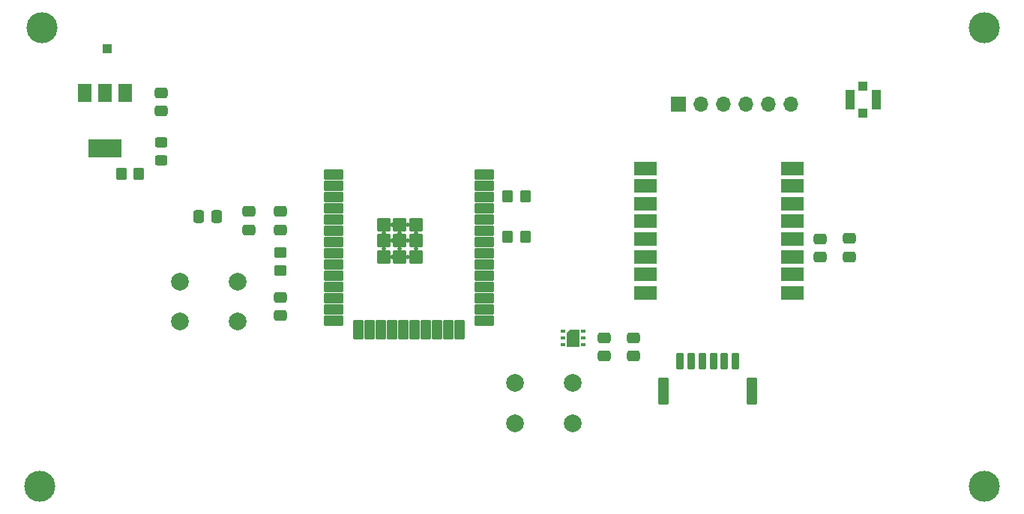
<source format=gts>
%TF.GenerationSoftware,KiCad,Pcbnew,(6.0.7)*%
%TF.CreationDate,2023-10-05T09:54:16+02:00*%
%TF.ProjectId,ESP32-aqs,45535033-322d-4617-9173-2e6b69636164,rev?*%
%TF.SameCoordinates,Original*%
%TF.FileFunction,Soldermask,Top*%
%TF.FilePolarity,Negative*%
%FSLAX46Y46*%
G04 Gerber Fmt 4.6, Leading zero omitted, Abs format (unit mm)*
G04 Created by KiCad (PCBNEW (6.0.7)) date 2023-10-05 09:54:16*
%MOMM*%
%LPD*%
G01*
G04 APERTURE LIST*
G04 Aperture macros list*
%AMRoundRect*
0 Rectangle with rounded corners*
0 $1 Rounding radius*
0 $2 $3 $4 $5 $6 $7 $8 $9 X,Y pos of 4 corners*
0 Add a 4 corners polygon primitive as box body*
4,1,4,$2,$3,$4,$5,$6,$7,$8,$9,$2,$3,0*
0 Add four circle primitives for the rounded corners*
1,1,$1+$1,$2,$3*
1,1,$1+$1,$4,$5*
1,1,$1+$1,$6,$7*
1,1,$1+$1,$8,$9*
0 Add four rect primitives between the rounded corners*
20,1,$1+$1,$2,$3,$4,$5,0*
20,1,$1+$1,$4,$5,$6,$7,0*
20,1,$1+$1,$6,$7,$8,$9,0*
20,1,$1+$1,$8,$9,$2,$3,0*%
G04 Aperture macros list end*
%ADD10C,0.010000*%
%ADD11C,3.500000*%
%ADD12RoundRect,0.250000X0.350000X0.450000X-0.350000X0.450000X-0.350000X-0.450000X0.350000X-0.450000X0*%
%ADD13R,0.550000X0.400000*%
%ADD14RoundRect,0.250000X-0.475000X0.337500X-0.475000X-0.337500X0.475000X-0.337500X0.475000X0.337500X0*%
%ADD15RoundRect,0.250000X-0.450000X0.325000X-0.450000X-0.325000X0.450000X-0.325000X0.450000X0.325000X0*%
%ADD16R,1.000000X1.000000*%
%ADD17R,1.050000X2.200000*%
%ADD18C,2.000000*%
%ADD19RoundRect,0.102000X-1.000000X-0.450000X1.000000X-0.450000X1.000000X0.450000X-1.000000X0.450000X0*%
%ADD20RoundRect,0.102000X-0.450000X-1.000000X0.450000X-1.000000X0.450000X1.000000X-0.450000X1.000000X0*%
%ADD21RoundRect,0.102000X-0.665000X-0.665000X0.665000X-0.665000X0.665000X0.665000X-0.665000X0.665000X0*%
%ADD22C,0.504000*%
%ADD23R,2.540000X1.524000*%
%ADD24R,1.700000X1.700000*%
%ADD25O,1.700000X1.700000*%
%ADD26RoundRect,0.102000X-0.300000X0.850000X-0.300000X-0.850000X0.300000X-0.850000X0.300000X0.850000X0*%
%ADD27RoundRect,0.102000X-0.500000X1.400000X-0.500000X-1.400000X0.500000X-1.400000X0.500000X1.400000X0*%
%ADD28RoundRect,0.250000X-0.337500X-0.475000X0.337500X-0.475000X0.337500X0.475000X-0.337500X0.475000X0*%
%ADD29RoundRect,0.250000X-0.450000X0.350000X-0.450000X-0.350000X0.450000X-0.350000X0.450000X0.350000X0*%
%ADD30R,1.500000X2.000000*%
%ADD31R,3.800000X2.000000*%
G04 APERTURE END LIST*
%TO.C,U3*%
G36*
X176189000Y-97166000D02*
G01*
X174839000Y-97166000D01*
X174839000Y-95686000D01*
X175159000Y-95366000D01*
X176189000Y-95366000D01*
X176189000Y-97166000D01*
G37*
D10*
X176189000Y-97166000D02*
X174839000Y-97166000D01*
X174839000Y-95686000D01*
X175159000Y-95366000D01*
X176189000Y-95366000D01*
X176189000Y-97166000D01*
%TD*%
D11*
%TO.C,H2*%
X221996000Y-113030000D03*
%TD*%
D12*
%TO.C,R5*%
X170164000Y-80264000D03*
X168164000Y-80264000D03*
%TD*%
D13*
%TO.C,U3*%
X174364000Y-95466000D03*
X174364000Y-96266000D03*
X174364000Y-97066000D03*
X176664000Y-97066000D03*
X176664000Y-96266000D03*
X176664000Y-95466000D03*
%TD*%
D14*
%TO.C,C8*%
X203454000Y-85090000D03*
X203454000Y-87165000D03*
%TD*%
D15*
%TO.C,D1*%
X129032000Y-74168000D03*
X129032000Y-76218000D03*
%TD*%
D16*
%TO.C,J3*%
X208280000Y-70842000D03*
D17*
X209755000Y-69342000D03*
X206805000Y-69342000D03*
D16*
X208280000Y-67842000D03*
%TD*%
D14*
%TO.C,C5*%
X142494000Y-91672500D03*
X142494000Y-93747500D03*
%TD*%
%TO.C,C4*%
X182372000Y-96266000D03*
X182372000Y-98341000D03*
%TD*%
D12*
%TO.C,R1*%
X126492000Y-77724000D03*
X124492000Y-77724000D03*
%TD*%
D18*
%TO.C,SW1*%
X137668000Y-94416000D03*
X131168000Y-94416000D03*
X131168000Y-89916000D03*
X137668000Y-89916000D03*
%TD*%
D19*
%TO.C,U2*%
X148472000Y-77798000D03*
X148472000Y-79068000D03*
X148472000Y-80338000D03*
X148472000Y-81608000D03*
X148472000Y-82878000D03*
X148472000Y-84148000D03*
X148472000Y-85418000D03*
X148472000Y-86688000D03*
X148472000Y-87958000D03*
X148472000Y-89228000D03*
X148472000Y-90498000D03*
X148472000Y-91768000D03*
X148472000Y-93038000D03*
X148472000Y-94308000D03*
D20*
X151257000Y-95308000D03*
X152527000Y-95308000D03*
X153797000Y-95308000D03*
X155067000Y-95308000D03*
X156337000Y-95308000D03*
X157607000Y-95308000D03*
X158877000Y-95308000D03*
X160147000Y-95308000D03*
X161417000Y-95308000D03*
X162687000Y-95308000D03*
D19*
X165472000Y-94308000D03*
X165472000Y-93038000D03*
X165472000Y-91768000D03*
X165472000Y-90498000D03*
X165472000Y-89228000D03*
X165472000Y-87958000D03*
X165472000Y-86688000D03*
X165472000Y-85418000D03*
X165472000Y-84148000D03*
X165472000Y-82878000D03*
X165472000Y-81608000D03*
X165472000Y-80338000D03*
X165472000Y-79068000D03*
X165472000Y-77798000D03*
D21*
X154137000Y-83463000D03*
X155972000Y-83463000D03*
X157807000Y-83463000D03*
X154137000Y-85298000D03*
X155972000Y-85298000D03*
X157807000Y-85298000D03*
X154137000Y-87133000D03*
X155972000Y-87133000D03*
X157807000Y-87133000D03*
D22*
X155054500Y-83463000D03*
X156889500Y-83463000D03*
X154137000Y-84380500D03*
X155972000Y-84380500D03*
X157807000Y-84380500D03*
X155054500Y-85298000D03*
X156889500Y-85298000D03*
X154137000Y-86215500D03*
X155972000Y-86215500D03*
X157807000Y-86215500D03*
X155054500Y-87133000D03*
X156889500Y-87133000D03*
%TD*%
D14*
%TO.C,C9*%
X206756000Y-85047000D03*
X206756000Y-87122000D03*
%TD*%
D11*
%TO.C,H3*%
X115316000Y-113030000D03*
%TD*%
D14*
%TO.C,C7*%
X142494000Y-81999000D03*
X142494000Y-84074000D03*
%TD*%
D23*
%TO.C,U4*%
X183738000Y-77090000D03*
X183738000Y-79090000D03*
X183738000Y-81090000D03*
X183738000Y-83090000D03*
X183738000Y-85090000D03*
X183738000Y-87090000D03*
X183738000Y-89090000D03*
X183738000Y-91170000D03*
X200278000Y-91170000D03*
X200278000Y-89090000D03*
X200278000Y-87090000D03*
X200278000Y-85090000D03*
X200278000Y-83090000D03*
X200278000Y-81090000D03*
X200278000Y-79090000D03*
X200278000Y-77090000D03*
%TD*%
D16*
%TO.C,TP1*%
X122936000Y-63602000D03*
%TD*%
D24*
%TO.C,J1*%
X187452000Y-69850000D03*
D25*
X189992000Y-69850000D03*
X192532000Y-69850000D03*
X195072000Y-69850000D03*
X197612000Y-69850000D03*
X200152000Y-69850000D03*
%TD*%
D11*
%TO.C,H1*%
X221996000Y-61214000D03*
%TD*%
D26*
%TO.C,J2*%
X193879000Y-98896500D03*
X192629000Y-98896500D03*
X191379000Y-98896500D03*
X190129000Y-98896500D03*
X188879000Y-98896500D03*
X187629000Y-98896500D03*
D27*
X185779000Y-102246500D03*
X195729000Y-102246500D03*
%TD*%
D14*
%TO.C,C3*%
X179070000Y-96244500D03*
X179070000Y-98319500D03*
%TD*%
D28*
%TO.C,C1*%
X133210500Y-82550000D03*
X135285500Y-82550000D03*
%TD*%
D14*
%TO.C,C6*%
X138938000Y-81999000D03*
X138938000Y-84074000D03*
%TD*%
%TO.C,C2*%
X129032000Y-68580000D03*
X129032000Y-70655000D03*
%TD*%
D29*
%TO.C,R3*%
X142494000Y-86624500D03*
X142494000Y-88624500D03*
%TD*%
D12*
%TO.C,R4*%
X170148000Y-84836000D03*
X168148000Y-84836000D03*
%TD*%
D30*
%TO.C,U1*%
X124982000Y-68580000D03*
X122682000Y-68580000D03*
D31*
X122682000Y-74880000D03*
D30*
X120382000Y-68580000D03*
%TD*%
D11*
%TO.C,H4*%
X115570000Y-61214000D03*
%TD*%
D18*
%TO.C,SW2*%
X175462000Y-101382000D03*
X168962000Y-101382000D03*
X175462000Y-105882000D03*
X168962000Y-105882000D03*
%TD*%
M02*

</source>
